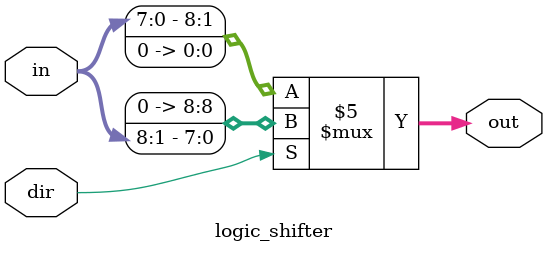
<source format=sv>
module logic_shifter (in, out, dir);
	input logic [8:0] in;
	input logic dir;
	output logic [8:0] out;
	
	// dir == 1 is shift right, dir == 0 is shift left
	always_comb begin
		if (dir) out = in >> 1;
		else     out = in << 1;
	end
endmodule
</source>
